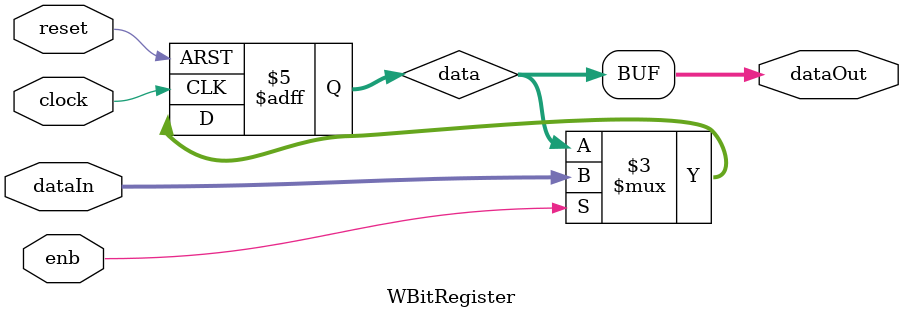
<source format=v>
`timescale 1ns / 1ps
module WBitRegister #(parameter W = 16) (
   input  [W-1:0] dataIn,
   output [W-1:0] dataOut,
   input enb,
   input reset,  // active negative edge
   input clock);

	reg  [W-1:0] data;

	assign dataOut = data;

   // asynchronous negative edge reset
   always @ (posedge clock, negedge reset)
      if (reset == 1'b0)  
          data  <= 16'h00;
      else 
         if (enb) 
            data <= dataIn;
endmodule

</source>
